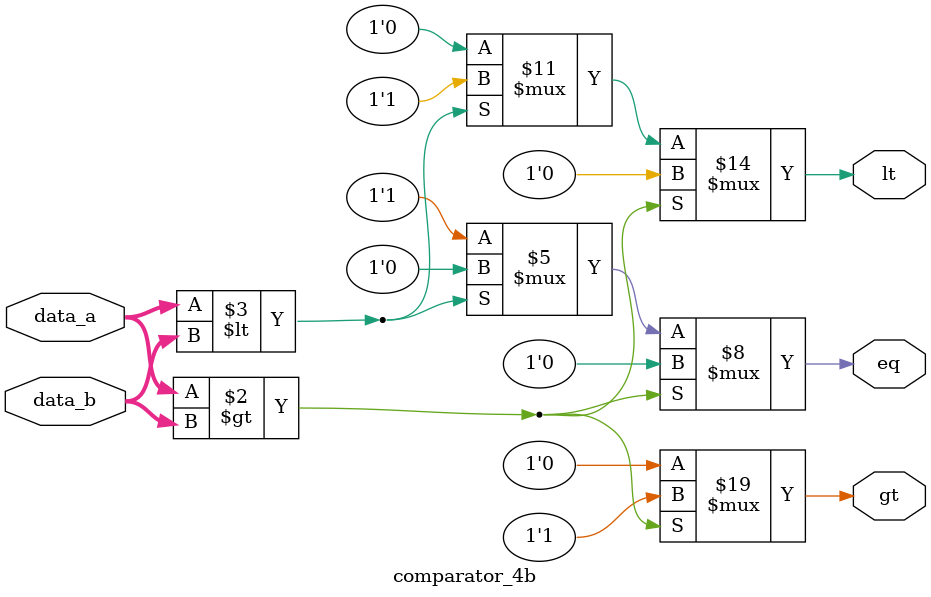
<source format=v>
module comparator_4b (
    input [3:0] data_a,
    input [3:0] data_b,
    output reg gt,
    output reg eq,
    output reg lt
    );

    always @(*) begin
        if (data_a > data_b) begin
            gt <= 1;
            lt <= 0;
            eq <= 0;
        end
        else if (data_a < data_b) begin
            gt <= 0;
            lt <= 1;
            eq <= 0;
        end
        else begin
            gt <= 0;
            lt <= 0;
            eq <= 1;
        end 
    end
endmodule

</source>
